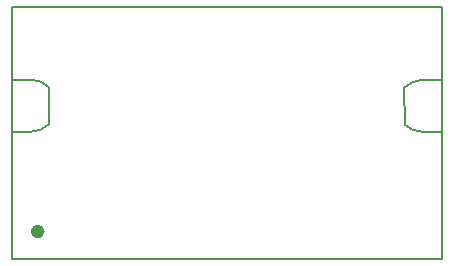
<source format=gbr>
%TF.GenerationSoftware,KiCad,Pcbnew,8.0.2*%
%TF.CreationDate,2024-05-14T20:48:52+07:00*%
%TF.ProjectId,HW.ACIM-INV,48572e41-4349-44d2-9d49-4e562e6b6963,0.0*%
%TF.SameCoordinates,Original*%
%TF.FileFunction,Legend,Bot*%
%TF.FilePolarity,Positive*%
%FSLAX46Y46*%
G04 Gerber Fmt 4.6, Leading zero omitted, Abs format (unit mm)*
G04 Created by KiCad (PCBNEW 8.0.2) date 2024-05-14 20:48:52*
%MOMM*%
%LPD*%
G01*
G04 APERTURE LIST*
%ADD10C,0.154000*%
%ADD11C,0.577000*%
G04 APERTURE END LIST*
D10*
%TO.C,U1*%
X148925000Y-93242030D02*
X147275000Y-93250000D01*
X148925125Y-88850000D02*
X147275000Y-88850000D01*
X150425402Y-92600402D02*
X150417609Y-89457750D01*
X180524598Y-89499598D02*
X180532391Y-92642250D01*
X182024875Y-93250000D02*
X183675000Y-93250000D01*
X182025000Y-88857970D02*
X183675000Y-88850000D01*
X183675000Y-82700000D02*
X147275000Y-82700000D01*
X147275000Y-104000000D01*
X183675000Y-104000000D01*
X183675000Y-82700000D01*
X148925125Y-88850000D02*
G75*
G02*
X150417609Y-89457750I-25872J-2199996D01*
G01*
X150425402Y-92600402D02*
G75*
G02*
X148925000Y-93242030I-1550400J1550396D01*
G01*
X180524598Y-89499598D02*
G75*
G02*
X182025000Y-88857971I1550402J-1550402D01*
G01*
X182024875Y-93250000D02*
G75*
G02*
X180532377Y-92642265I25925J2200200D01*
G01*
D11*
X149763500Y-101700000D02*
G75*
G02*
X149186500Y-101700000I-288500J0D01*
G01*
X149186500Y-101700000D02*
G75*
G02*
X149763500Y-101700000I288500J0D01*
G01*
%TD*%
M02*

</source>
